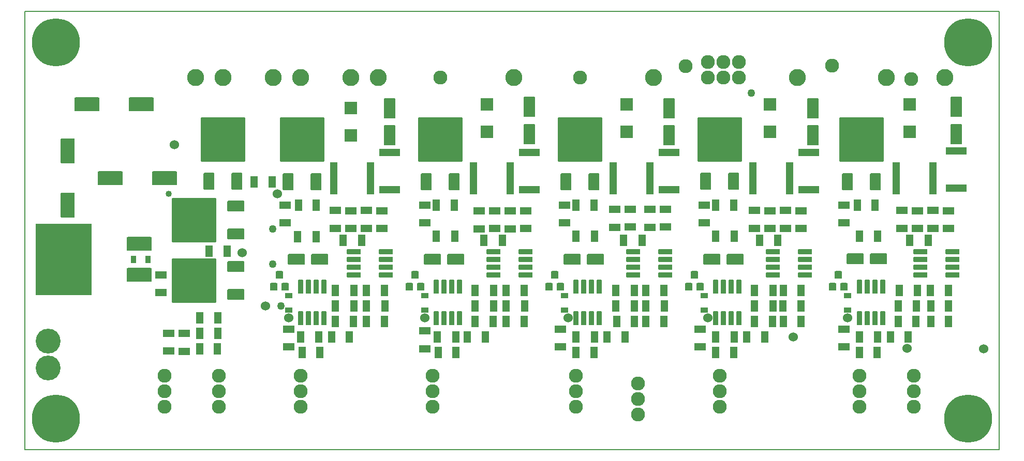
<source format=gbr>
G04 PROTEUS GERBER X2 FILE*
%TF.GenerationSoftware,Labcenter,Proteus,8.7-SP3-Build25561*%
%TF.CreationDate,2021-05-23T19:17:03+00:00*%
%TF.FileFunction,Soldermask,Top*%
%TF.FilePolarity,Negative*%
%TF.Part,Single*%
%TF.SameCoordinates,{23a4d374-2f20-46fa-8f71-d400e96580a3}*%
%FSLAX45Y45*%
%MOMM*%
G01*
%TA.AperFunction,Material*%
%ADD44C,1.270000*%
%ADD45C,2.286000*%
%ADD46C,1.524000*%
%ADD47C,1.016000*%
%AMPPAD042*
4,1,4,
0.596900,-2.654300,
-0.596900,-2.654300,
-0.596900,2.654300,
0.596900,2.654300,
0.596900,-2.654300,
0*%
%TA.AperFunction,Material*%
%ADD48PPAD042*%
%TA.AperFunction,Material*%
%ADD49C,4.064000*%
%ADD50C,2.794000*%
%AMPPAD045*
4,1,4,
-0.571500,0.901700,
0.571500,0.901700,
0.571500,-0.901700,
-0.571500,-0.901700,
-0.571500,0.901700,
0*%
%TA.AperFunction,Material*%
%ADD51PPAD045*%
%AMPPAD046*
4,1,4,
1.054100,-1.054100,
-1.054100,-1.054100,
-1.054100,1.054100,
1.054100,1.054100,
1.054100,-1.054100,
0*%
%ADD52PPAD046*%
%AMPPAD047*
4,1,36,
0.825500,-1.651000,
-0.825500,-1.651000,
-0.851470,-1.648470,
-0.875480,-1.641200,
-0.897080,-1.629650,
-0.915790,-1.614290,
-0.931150,-1.595570,
-0.942700,-1.573980,
-0.949970,-1.549970,
-0.952500,-1.524000,
-0.952500,1.524000,
-0.949970,1.549970,
-0.942700,1.573980,
-0.931150,1.595570,
-0.915790,1.614290,
-0.897080,1.629650,
-0.875480,1.641200,
-0.851470,1.648470,
-0.825500,1.651000,
0.825500,1.651000,
0.851470,1.648470,
0.875480,1.641200,
0.897080,1.629650,
0.915790,1.614290,
0.931150,1.595570,
0.942700,1.573980,
0.949970,1.549970,
0.952500,1.524000,
0.952500,-1.524000,
0.949970,-1.549970,
0.942700,-1.573980,
0.931150,-1.595570,
0.915790,-1.614290,
0.897080,-1.629650,
0.875480,-1.641200,
0.851470,-1.648470,
0.825500,-1.651000,
0*%
%ADD53PPAD047*%
%AMPPAD048*
4,1,4,
1.701800,0.622300,
1.701800,-0.622300,
-1.701800,-0.622300,
-1.701800,0.622300,
1.701800,0.622300,
0*%
%ADD54PPAD048*%
%AMPPAD049*
4,1,36,
-3.492500,3.619500,
3.492500,3.619500,
3.518470,3.616970,
3.542480,3.609700,
3.564080,3.598150,
3.582790,3.582790,
3.598150,3.564070,
3.609700,3.542480,
3.616970,3.518470,
3.619500,3.492500,
3.619500,-3.492500,
3.616970,-3.518470,
3.609700,-3.542480,
3.598150,-3.564070,
3.582790,-3.582790,
3.564080,-3.598150,
3.542480,-3.609700,
3.518470,-3.616970,
3.492500,-3.619500,
-3.492500,-3.619500,
-3.518470,-3.616970,
-3.542480,-3.609700,
-3.564080,-3.598150,
-3.582790,-3.582790,
-3.598150,-3.564070,
-3.609700,-3.542480,
-3.616970,-3.518470,
-3.619500,-3.492500,
-3.619500,3.492500,
-3.616970,3.518470,
-3.609700,3.542480,
-3.598150,3.564070,
-3.582790,3.582790,
-3.564080,3.598150,
-3.542480,3.609700,
-3.518470,3.616970,
-3.492500,3.619500,
0*%
%TA.AperFunction,Material*%
%ADD55PPAD049*%
%AMPPAD050*
4,1,36,
-0.762000,1.397000,
0.762000,1.397000,
0.787970,1.394470,
0.811980,1.387200,
0.833580,1.375650,
0.852290,1.360290,
0.867650,1.341570,
0.879200,1.319980,
0.886470,1.295970,
0.889000,1.270000,
0.889000,-1.270000,
0.886470,-1.295970,
0.879200,-1.319980,
0.867650,-1.341570,
0.852290,-1.360290,
0.833580,-1.375650,
0.811980,-1.387200,
0.787970,-1.394470,
0.762000,-1.397000,
-0.762000,-1.397000,
-0.787970,-1.394470,
-0.811980,-1.387200,
-0.833580,-1.375650,
-0.852290,-1.360290,
-0.867650,-1.341570,
-0.879200,-1.319980,
-0.886470,-1.295970,
-0.889000,-1.270000,
-0.889000,1.270000,
-0.886470,1.295970,
-0.879200,1.319980,
-0.867650,1.341570,
-0.852290,1.360290,
-0.833580,1.375650,
-0.811980,1.387200,
-0.787970,1.394470,
-0.762000,1.397000,
0*%
%ADD56PPAD050*%
%AMPPAD051*
4,1,36,
0.317500,-1.143000,
-0.317500,-1.143000,
-0.343470,-1.140470,
-0.367480,-1.133200,
-0.389080,-1.121650,
-0.407790,-1.106290,
-0.423150,-1.087570,
-0.434700,-1.065980,
-0.441970,-1.041970,
-0.444500,-1.016000,
-0.444500,1.016000,
-0.441970,1.041970,
-0.434700,1.065980,
-0.423150,1.087570,
-0.407790,1.106290,
-0.389080,1.121650,
-0.367480,1.133200,
-0.343470,1.140470,
-0.317500,1.143000,
0.317500,1.143000,
0.343470,1.140470,
0.367480,1.133200,
0.389080,1.121650,
0.407790,1.106290,
0.423150,1.087570,
0.434700,1.065980,
0.441970,1.041970,
0.444500,1.016000,
0.444500,-1.016000,
0.441970,-1.041970,
0.434700,-1.065980,
0.423150,-1.087570,
0.407790,-1.106290,
0.389080,-1.121650,
0.367480,-1.133200,
0.343470,-1.140470,
0.317500,-1.143000,
0*%
%TA.AperFunction,Material*%
%ADD57PPAD051*%
%AMPPAD052*
4,1,4,
0.901700,0.571500,
0.901700,-0.571500,
-0.901700,-0.571500,
-0.901700,0.571500,
0.901700,0.571500,
0*%
%TA.AperFunction,Material*%
%ADD58PPAD052*%
%AMPPAD053*
4,1,36,
-1.397000,-0.762000,
-1.397000,0.762000,
-1.394470,0.787970,
-1.387200,0.811980,
-1.375650,0.833580,
-1.360290,0.852290,
-1.341570,0.867650,
-1.319980,0.879200,
-1.295970,0.886470,
-1.270000,0.889000,
1.270000,0.889000,
1.295970,0.886470,
1.319980,0.879200,
1.341570,0.867650,
1.360290,0.852290,
1.375650,0.833580,
1.387200,0.811980,
1.394470,0.787970,
1.397000,0.762000,
1.397000,-0.762000,
1.394470,-0.787970,
1.387200,-0.811980,
1.375650,-0.833580,
1.360290,-0.852290,
1.341570,-0.867650,
1.319980,-0.879200,
1.295970,-0.886470,
1.270000,-0.889000,
-1.270000,-0.889000,
-1.295970,-0.886470,
-1.319980,-0.879200,
-1.341570,-0.867650,
-1.360290,-0.852290,
-1.375650,-0.833580,
-1.387200,-0.811980,
-1.394470,-0.787970,
-1.397000,-0.762000,
0*%
%ADD59PPAD053*%
%AMPPAD054*
4,1,36,
0.571500,0.317500,
0.571500,-0.317500,
0.568970,-0.343470,
0.561700,-0.367480,
0.550150,-0.389080,
0.534790,-0.407790,
0.516070,-0.423150,
0.494480,-0.434700,
0.470470,-0.441970,
0.444500,-0.444500,
-0.444500,-0.444500,
-0.470470,-0.441970,
-0.494480,-0.434700,
-0.516070,-0.423150,
-0.534790,-0.407790,
-0.550150,-0.389080,
-0.561700,-0.367480,
-0.568970,-0.343470,
-0.571500,-0.317500,
-0.571500,0.317500,
-0.568970,0.343470,
-0.561700,0.367480,
-0.550150,0.389080,
-0.534790,0.407790,
-0.516070,0.423150,
-0.494480,0.434700,
-0.470470,0.441970,
-0.444500,0.444500,
0.444500,0.444500,
0.470470,0.441970,
0.494480,0.434700,
0.516070,0.423150,
0.534790,0.407790,
0.550150,0.389080,
0.561700,0.367480,
0.568970,0.343470,
0.571500,0.317500,
0*%
%ADD60PPAD054*%
%AMPPAD055*
4,1,36,
0.444500,-0.635000,
-0.444500,-0.635000,
-0.470470,-0.632470,
-0.494480,-0.625200,
-0.516080,-0.613650,
-0.534790,-0.598290,
-0.550150,-0.579570,
-0.561700,-0.557980,
-0.568970,-0.533970,
-0.571500,-0.508000,
-0.571500,0.508000,
-0.568970,0.533970,
-0.561700,0.557980,
-0.550150,0.579570,
-0.534790,0.598290,
-0.516080,0.613650,
-0.494480,0.625200,
-0.470470,0.632470,
-0.444500,0.635000,
0.444500,0.635000,
0.470470,0.632470,
0.494480,0.625200,
0.516080,0.613650,
0.534790,0.598290,
0.550150,0.579570,
0.561700,0.557980,
0.568970,0.533970,
0.571500,0.508000,
0.571500,-0.508000,
0.568970,-0.533970,
0.561700,-0.557980,
0.550150,-0.579570,
0.534790,-0.598290,
0.516080,-0.613650,
0.494480,-0.625200,
0.470470,-0.632470,
0.444500,-0.635000,
0*%
%TA.AperFunction,Material*%
%ADD61PPAD055*%
%AMPPAD056*
4,1,36,
-1.143000,-0.317500,
-1.143000,0.317500,
-1.140470,0.343470,
-1.133200,0.367480,
-1.121650,0.389080,
-1.106290,0.407790,
-1.087570,0.423150,
-1.065980,0.434700,
-1.041970,0.441970,
-1.016000,0.444500,
1.016000,0.444500,
1.041970,0.441970,
1.065980,0.434700,
1.087570,0.423150,
1.106290,0.407790,
1.121650,0.389080,
1.133200,0.367480,
1.140470,0.343470,
1.143000,0.317500,
1.143000,-0.317500,
1.140470,-0.343470,
1.133200,-0.367480,
1.121650,-0.389080,
1.106290,-0.407790,
1.087570,-0.423150,
1.065980,-0.434700,
1.041970,-0.441970,
1.016000,-0.444500,
-1.016000,-0.444500,
-1.041970,-0.441970,
-1.065980,-0.434700,
-1.087570,-0.423150,
-1.106290,-0.407790,
-1.121650,-0.389080,
-1.133200,-0.367480,
-1.140470,-0.343470,
-1.143000,-0.317500,
0*%
%TA.AperFunction,Material*%
%ADD62PPAD056*%
%TA.AperFunction,Material*%
%ADD63C,7.874000*%
%AMPPAD058*
4,1,36,
-3.619500,-3.492500,
-3.619500,3.492500,
-3.616970,3.518470,
-3.609700,3.542480,
-3.598150,3.564080,
-3.582790,3.582790,
-3.564070,3.598150,
-3.542480,3.609700,
-3.518470,3.616970,
-3.492500,3.619500,
3.492500,3.619500,
3.518470,3.616970,
3.542480,3.609700,
3.564070,3.598150,
3.582790,3.582790,
3.598150,3.564080,
3.609700,3.542480,
3.616970,3.518470,
3.619500,3.492500,
3.619500,-3.492500,
3.616970,-3.518470,
3.609700,-3.542480,
3.598150,-3.564080,
3.582790,-3.582790,
3.564070,-3.598150,
3.542480,-3.609700,
3.518470,-3.616970,
3.492500,-3.619500,
-3.492500,-3.619500,
-3.518470,-3.616970,
-3.542480,-3.609700,
-3.564070,-3.598150,
-3.582790,-3.582790,
-3.598150,-3.564080,
-3.609700,-3.542480,
-3.616970,-3.518470,
-3.619500,-3.492500,
0*%
%TA.AperFunction,Material*%
%ADD64PPAD058*%
%AMPPAD059*
4,1,36,
2.032000,1.016000,
2.032000,-1.016000,
2.029470,-1.041970,
2.022200,-1.065980,
2.010650,-1.087580,
1.995290,-1.106290,
1.976570,-1.121650,
1.954980,-1.133200,
1.930970,-1.140470,
1.905000,-1.143000,
-1.905000,-1.143000,
-1.930970,-1.140470,
-1.954980,-1.133200,
-1.976570,-1.121650,
-1.995290,-1.106290,
-2.010650,-1.087580,
-2.022200,-1.065980,
-2.029470,-1.041970,
-2.032000,-1.016000,
-2.032000,1.016000,
-2.029470,1.041970,
-2.022200,1.065980,
-2.010650,1.087580,
-1.995290,1.106290,
-1.976570,1.121650,
-1.954980,1.133200,
-1.930970,1.140470,
-1.905000,1.143000,
1.905000,1.143000,
1.930970,1.140470,
1.954980,1.133200,
1.976570,1.121650,
1.995290,1.106290,
2.010650,1.087580,
2.022200,1.065980,
2.029470,1.041970,
2.032000,1.016000,
0*%
%TA.AperFunction,Material*%
%ADD65PPAD059*%
%AMPPAD060*
4,1,36,
-1.016000,2.032000,
1.016000,2.032000,
1.041970,2.029470,
1.065980,2.022200,
1.087580,2.010650,
1.106290,1.995290,
1.121650,1.976570,
1.133200,1.954980,
1.140470,1.930970,
1.143000,1.905000,
1.143000,-1.905000,
1.140470,-1.930970,
1.133200,-1.954980,
1.121650,-1.976570,
1.106290,-1.995290,
1.087580,-2.010650,
1.065980,-2.022200,
1.041970,-2.029470,
1.016000,-2.032000,
-1.016000,-2.032000,
-1.041970,-2.029470,
-1.065980,-2.022200,
-1.087580,-2.010650,
-1.106290,-1.995290,
-1.121650,-1.976570,
-1.133200,-1.954980,
-1.140470,-1.930970,
-1.143000,-1.905000,
-1.143000,1.905000,
-1.140470,1.930970,
-1.133200,1.954980,
-1.121650,1.976570,
-1.106290,1.995290,
-1.087580,2.010650,
-1.065980,2.022200,
-1.041970,2.029470,
-1.016000,2.032000,
0*%
%ADD66PPAD060*%
%AMPPAD061*
4,1,36,
0.317500,-0.571500,
-0.317500,-0.571500,
-0.343470,-0.568970,
-0.367480,-0.561700,
-0.389080,-0.550150,
-0.407790,-0.534790,
-0.423150,-0.516070,
-0.434700,-0.494480,
-0.441970,-0.470470,
-0.444500,-0.444500,
-0.444500,0.444500,
-0.441970,0.470470,
-0.434700,0.494480,
-0.423150,0.516070,
-0.407790,0.534790,
-0.389080,0.550150,
-0.367480,0.561700,
-0.343470,0.568970,
-0.317500,0.571500,
0.317500,0.571500,
0.343470,0.568970,
0.367480,0.561700,
0.389080,0.550150,
0.407790,0.534790,
0.423150,0.516070,
0.434700,0.494480,
0.441970,0.470470,
0.444500,0.444500,
0.444500,-0.444500,
0.441970,-0.470470,
0.434700,-0.494480,
0.423150,-0.516070,
0.407790,-0.534790,
0.389080,-0.550150,
0.367480,-0.561700,
0.343470,-0.568970,
0.317500,-0.571500,
0*%
%ADD67PPAD061*%
%AMPPAD062*
4,1,36,
-4.572000,-5.715000,
-4.572000,5.715000,
-4.569470,5.740970,
-4.562200,5.764980,
-4.550650,5.786580,
-4.535290,5.805290,
-4.516570,5.820650,
-4.494980,5.832200,
-4.470970,5.839470,
-4.445000,5.842000,
4.445000,5.842000,
4.470970,5.839470,
4.494980,5.832200,
4.516570,5.820650,
4.535290,5.805290,
4.550650,5.786580,
4.562200,5.764980,
4.569470,5.740970,
4.572000,5.715000,
4.572000,-5.715000,
4.569470,-5.740970,
4.562200,-5.764980,
4.550650,-5.786580,
4.535290,-5.805290,
4.516570,-5.820650,
4.494980,-5.832200,
4.470970,-5.839470,
4.445000,-5.842000,
-4.445000,-5.842000,
-4.470970,-5.839470,
-4.494980,-5.832200,
-4.516570,-5.820650,
-4.535290,-5.805290,
-4.550650,-5.786580,
-4.562200,-5.764980,
-4.569470,-5.740970,
-4.572000,-5.715000,
0*%
%TA.AperFunction,Material*%
%ADD68PPAD062*%
%TA.AperFunction,Profile*%
%ADD39C,0.203200*%
%TD.AperFunction*%
D44*
X+4457601Y+1587500D03*
X-3379970Y-639428D03*
X-3374955Y-1215192D03*
X-3238500Y-1905000D03*
D45*
X-635000Y+1841500D03*
X+1651000Y+1841500D03*
X+3383781Y+2028052D03*
X+5778500Y+2032000D03*
X+7075312Y+1816100D03*
D46*
X-4989352Y+736133D03*
X-3302000Y-63500D03*
X+7003489Y-2602297D03*
X+8255000Y-2603500D03*
X+6032500Y-2095500D03*
X+5143500Y-2413000D03*
X+3746500Y-2095500D03*
X+1460500Y-2095500D03*
X-889000Y-2095500D03*
X-3111500Y-2095500D03*
X-3492500Y-1905000D03*
X-3873500Y-1031366D03*
D47*
X-5080000Y-63500D03*
D48*
X-1778000Y+190500D03*
X-2378000Y+190500D03*
D49*
X-7048500Y-2476500D03*
X-7048500Y-2921000D03*
D50*
X-2095500Y+1841500D03*
X-1651000Y+1841500D03*
D45*
X-2921000Y-3556000D03*
X-2921000Y-3048000D03*
X-2921000Y-3302000D03*
D51*
X-4572000Y-2095500D03*
X-4272000Y-2095500D03*
X-3383000Y+127000D03*
X-3683000Y+127000D03*
D52*
X-2095500Y+1339000D03*
X-2095500Y+889000D03*
D53*
X-1460500Y+889000D03*
X-1460500Y+1333500D03*
D54*
X-1460500Y+610000D03*
X-1460500Y+0D03*
D55*
X-2895600Y+817880D03*
D56*
X-3124200Y+127000D03*
X-2667000Y+127000D03*
D57*
X-2921000Y-2108200D03*
X-2794000Y-2108200D03*
X-2667000Y-2108200D03*
X-2540000Y-2108200D03*
X-2540000Y-1587500D03*
X-2667000Y-1587500D03*
X-2794000Y-1587500D03*
X-2921000Y-1587500D03*
D51*
X-2667000Y-254000D03*
X-2957000Y-254000D03*
D58*
X-3175000Y-254000D03*
X-3175000Y-544000D03*
D51*
X-2967000Y-768350D03*
X-2667000Y-768350D03*
D59*
X-2984500Y-1143000D03*
X-2603500Y-1143000D03*
D60*
X-3111500Y-1968500D03*
X-3111500Y-1733550D03*
D51*
X-2921000Y-2413000D03*
X-2621000Y-2413000D03*
X-2893500Y-2667000D03*
X-2603500Y-2667000D03*
D61*
X-3268980Y-1397000D03*
X-3362960Y-1587500D03*
X-3175000Y-1587500D03*
D58*
X-3111500Y-2286000D03*
X-3111500Y-2576000D03*
X-1587500Y-635000D03*
X-1587500Y-345000D03*
X-2095500Y-635000D03*
X-2095500Y-345000D03*
X-1841500Y-335000D03*
X-1841500Y-635000D03*
D62*
X-2044700Y-1016000D03*
X-2044700Y-1143000D03*
X-2044700Y-1270000D03*
X-2044700Y-1397000D03*
X-1524000Y-1397000D03*
X-1524000Y-1270000D03*
X-1524000Y-1143000D03*
X-1524000Y-1016000D03*
D51*
X-2222500Y-825500D03*
X-1922500Y-825500D03*
X-1841500Y-2159000D03*
X-1551500Y-2159000D03*
X-1841500Y-1651000D03*
X-1551500Y-1651000D03*
X-2349500Y-2159000D03*
X-2059500Y-2159000D03*
X-2349500Y-1651000D03*
X-2049500Y-1651000D03*
X-2349500Y-1905000D03*
X-2049500Y-1905000D03*
X-1841500Y-1905000D03*
X-1541500Y-1905000D03*
D58*
X-2349500Y-335000D03*
X-2349500Y-635000D03*
D55*
X-635000Y+817880D03*
D56*
X-863600Y+127000D03*
X-406400Y+127000D03*
D48*
X+508000Y+190500D03*
X-92000Y+190500D03*
D52*
X+127000Y+1397000D03*
X+127000Y+947000D03*
D53*
X+825500Y+907000D03*
X+825500Y+1351500D03*
D54*
X+825500Y+610000D03*
X+825500Y+0D03*
D62*
X+241300Y-1016000D03*
X+241300Y-1143000D03*
X+241300Y-1270000D03*
X+241300Y-1397000D03*
X+762000Y-1397000D03*
X+762000Y-1270000D03*
X+762000Y-1143000D03*
X+762000Y-1016000D03*
D58*
X-889000Y-254000D03*
X-889000Y-544000D03*
D51*
X-408500Y-254000D03*
X-698500Y-254000D03*
X-698500Y-762000D03*
X-398500Y-762000D03*
D59*
X-762000Y-1143000D03*
X-381000Y-1143000D03*
D61*
X-1046480Y-1397000D03*
X-1140460Y-1587500D03*
X-952500Y-1587500D03*
D60*
X-889000Y-1968500D03*
X-889000Y-1733550D03*
D57*
X-698500Y-2108200D03*
X-571500Y-2108200D03*
X-444500Y-2108200D03*
X-317500Y-2108200D03*
X-317500Y-1587500D03*
X-444500Y-1587500D03*
X-571500Y-1587500D03*
X-698500Y-1587500D03*
D58*
X-889000Y-2313500D03*
X-889000Y-2603500D03*
D51*
X-671000Y-2667000D03*
X-381000Y-2667000D03*
X-681000Y-2413000D03*
X-381000Y-2413000D03*
D58*
X+0Y-345000D03*
X+0Y-645000D03*
X+508000Y-345000D03*
X+508000Y-645000D03*
X+762000Y-635000D03*
X+762000Y-345000D03*
X+254000Y-635000D03*
X+254000Y-345000D03*
D51*
X+81000Y-825500D03*
X+381000Y-825500D03*
X-63500Y-1651000D03*
X+236500Y-1651000D03*
X-63500Y-1905000D03*
X+236500Y-1905000D03*
X-63500Y-2159000D03*
X+226500Y-2159000D03*
X+444500Y-1651000D03*
X+734500Y-1651000D03*
X+444500Y-2159000D03*
X+734500Y-2159000D03*
X+444500Y-1905000D03*
X+744500Y-1905000D03*
D50*
X+571500Y+1841500D03*
D45*
X-762000Y-3556000D03*
X-762000Y-3302000D03*
X-762000Y-3048000D03*
D53*
X+3111500Y+889000D03*
X+3111500Y+1333500D03*
D52*
X+2413000Y+1397000D03*
X+2413000Y+947000D03*
D60*
X+1397000Y-1968500D03*
X+1397000Y-1733550D03*
D48*
X+2794000Y+190500D03*
X+2194000Y+190500D03*
D61*
X+1239520Y-1397000D03*
X+1145540Y-1587500D03*
X+1333500Y-1587500D03*
D55*
X+1651000Y+817880D03*
D56*
X+1422400Y+127000D03*
X+1879600Y+127000D03*
D45*
X+1587500Y-3302000D03*
X+1587500Y-3556000D03*
X+1587500Y-3048000D03*
D62*
X+2527300Y-1016000D03*
X+2527300Y-1143000D03*
X+2527300Y-1270000D03*
X+2527300Y-1397000D03*
X+3048000Y-1397000D03*
X+3048000Y-1270000D03*
X+3048000Y-1143000D03*
X+3048000Y-1016000D03*
D57*
X+1587500Y-2108200D03*
X+1714500Y-2108200D03*
X+1841500Y-2108200D03*
X+1968500Y-2108200D03*
X+1968500Y-1587500D03*
X+1841500Y-1587500D03*
X+1714500Y-1587500D03*
X+1587500Y-1587500D03*
D54*
X+3111500Y+610000D03*
X+3111500Y+0D03*
D50*
X+2857500Y+1841500D03*
D51*
X+1587500Y-762000D03*
X+1887500Y-762000D03*
D59*
X+1524000Y-1143000D03*
X+1905000Y-1143000D03*
D58*
X+1397000Y-254000D03*
X+1397000Y-544000D03*
D51*
X+1877500Y-254000D03*
X+1587500Y-254000D03*
X+1587500Y-2667000D03*
X+1877500Y-2667000D03*
D58*
X+1333500Y-2286000D03*
X+1333500Y-2576000D03*
D51*
X+1587500Y-2413000D03*
X+1887500Y-2413000D03*
D58*
X+2222500Y-317500D03*
X+2222500Y-617500D03*
X+2476500Y-607500D03*
X+2476500Y-317500D03*
X+3048000Y-607500D03*
X+3048000Y-317500D03*
X+2794000Y-617500D03*
X+2794000Y-317500D03*
D51*
X+2367000Y-825500D03*
X+2667000Y-825500D03*
X+2730500Y-2159000D03*
X+3020500Y-2159000D03*
X+2730500Y-1651000D03*
X+3020500Y-1651000D03*
X+2250000Y-2159000D03*
X+2540000Y-2159000D03*
X+2240000Y-1905000D03*
X+2540000Y-1905000D03*
X+2730500Y-1905000D03*
X+3030500Y-1905000D03*
X+2240000Y-1651000D03*
X+2540000Y-1651000D03*
D53*
X+5461000Y+889000D03*
X+5461000Y+1333500D03*
D52*
X+4762500Y+1397000D03*
X+4762500Y+947000D03*
D60*
X+3683000Y-1968500D03*
X+3683000Y-1733550D03*
D45*
X+3937000Y-3556000D03*
X+6223000Y-3556000D03*
X+3937000Y-3048000D03*
X+6223000Y-3048000D03*
D48*
X+5080000Y+190500D03*
X+4480000Y+190500D03*
D45*
X+3937000Y-3302000D03*
X+6223000Y-3302000D03*
D61*
X+3525520Y-1397000D03*
X+3431540Y-1587500D03*
X+3619500Y-1587500D03*
D55*
X+3937000Y+825500D03*
D56*
X+3708400Y+134620D03*
X+4165600Y+134620D03*
D61*
X+5875020Y-1397000D03*
X+5781040Y-1587500D03*
X+5969000Y-1587500D03*
D55*
X+6261100Y+817880D03*
D56*
X+6032500Y+127000D03*
X+6489700Y+127000D03*
D50*
X+5207000Y+1841500D03*
X+7620000Y+1841500D03*
D54*
X+5397500Y+610000D03*
X+5397500Y+0D03*
X+7810500Y+635000D03*
X+7810500Y+25000D03*
D62*
X+4813300Y-1016000D03*
X+4813300Y-1143000D03*
X+4813300Y-1270000D03*
X+4813300Y-1397000D03*
X+5334000Y-1397000D03*
X+5334000Y-1270000D03*
X+5334000Y-1143000D03*
X+5334000Y-1016000D03*
D57*
X+3873500Y-2108200D03*
X+4000500Y-2108200D03*
X+4127500Y-2108200D03*
X+4254500Y-2108200D03*
X+4254500Y-1587500D03*
X+4127500Y-1587500D03*
X+4000500Y-1587500D03*
X+3873500Y-1587500D03*
D62*
X+7226300Y-1016000D03*
X+7226300Y-1143000D03*
X+7226300Y-1270000D03*
X+7226300Y-1397000D03*
X+7747000Y-1397000D03*
X+7747000Y-1270000D03*
X+7747000Y-1143000D03*
X+7747000Y-1016000D03*
D57*
X+6223000Y-2108200D03*
X+6350000Y-2108200D03*
X+6477000Y-2108200D03*
X+6604000Y-2108200D03*
X+6604000Y-1587500D03*
X+6477000Y-1587500D03*
X+6350000Y-1587500D03*
X+6223000Y-1587500D03*
D51*
X+3873500Y-2413000D03*
X+4173500Y-2413000D03*
X+3873500Y-762000D03*
X+4173500Y-762000D03*
D59*
X+3810000Y-1143000D03*
X+4191000Y-1143000D03*
D58*
X+3619500Y-2286000D03*
X+3619500Y-2576000D03*
X+3683000Y-254000D03*
X+3683000Y-544000D03*
D51*
X+4163500Y-254000D03*
X+3873500Y-254000D03*
X+3873500Y-2667000D03*
X+4163500Y-2667000D03*
D58*
X+5270500Y-635000D03*
X+5270500Y-345000D03*
X+4762500Y-635000D03*
X+4762500Y-345000D03*
D51*
X+4508500Y-2159000D03*
X+4798500Y-2159000D03*
X+4589500Y-825500D03*
X+4889500Y-825500D03*
D58*
X+5016500Y-335000D03*
X+5016500Y-635000D03*
X+4508500Y-335000D03*
X+4508500Y-635000D03*
D51*
X+4980500Y-2159000D03*
X+5270500Y-2159000D03*
X+4980500Y-1651000D03*
X+5270500Y-1651000D03*
X+7393500Y-2159000D03*
X+7683500Y-2159000D03*
X+4508500Y-1905000D03*
X+4808500Y-1905000D03*
X+4970500Y-1905000D03*
X+5270500Y-1905000D03*
X+4508500Y-1651000D03*
X+4808500Y-1651000D03*
D53*
X+7810500Y+907000D03*
X+7810500Y+1351500D03*
D52*
X+7048500Y+1397000D03*
X+7048500Y+947000D03*
D60*
X+6032500Y-1968500D03*
X+6032500Y-1733550D03*
D48*
X+7429500Y+190500D03*
X+6829500Y+190500D03*
D51*
X+6858000Y-1905000D03*
X+7158000Y-1905000D03*
X+6223000Y-762000D03*
X+6523000Y-762000D03*
D59*
X+6159500Y-1135380D03*
X+6540500Y-1135380D03*
D58*
X+5969000Y-254000D03*
X+5969000Y-544000D03*
D51*
X+6477000Y-254000D03*
X+6187000Y-254000D03*
D58*
X+5969000Y-2286000D03*
X+5969000Y-2576000D03*
D51*
X+6223000Y-2667000D03*
X+6513000Y-2667000D03*
X+6223000Y-2413000D03*
X+6523000Y-2413000D03*
X+7048500Y-825500D03*
X+7348500Y-825500D03*
X+7383500Y-1651000D03*
X+7683500Y-1651000D03*
D58*
X+7429500Y-335000D03*
X+7429500Y-635000D03*
D51*
X+6875500Y-1651000D03*
X+7175500Y-1651000D03*
D58*
X+6921500Y-335000D03*
X+6921500Y-635000D03*
D51*
X+7393500Y-1905000D03*
X+7683500Y-1905000D03*
D58*
X+7683500Y-635000D03*
X+7683500Y-345000D03*
X+7175500Y-635000D03*
X+7175500Y-345000D03*
D51*
X+6858000Y-2159000D03*
X+7148000Y-2159000D03*
D45*
X+7112000Y-3302000D03*
X+7112000Y-3556000D03*
X+7112000Y-3048000D03*
D50*
X+6667500Y+1841500D03*
D45*
X-4254500Y-3556000D03*
D51*
X-4572000Y-2349500D03*
X-4272000Y-2349500D03*
X-4419600Y-1008380D03*
X-4119600Y-1008380D03*
D63*
X-6921500Y-3746500D03*
X-6921500Y+2413000D03*
X+8001000Y+2413000D03*
X+8001000Y-3746500D03*
D50*
X-4191000Y+1841500D03*
X-4635500Y+1841500D03*
X-2921000Y+1841500D03*
X-3365500Y+1841500D03*
D45*
X-4254500Y-3048000D03*
X-4254500Y-3302000D03*
X+3746500Y+2095500D03*
X+2603500Y-3175000D03*
X+3746500Y+1841500D03*
X+4000500Y+2095500D03*
X+2603500Y-3429000D03*
X+4000500Y+1841500D03*
X+4254500Y+2095500D03*
X+2603500Y-3683000D03*
X+4254500Y+1841500D03*
D58*
X-4826000Y-2349500D03*
X-4826000Y-2649500D03*
D51*
X-4572000Y-2603500D03*
X-4282000Y-2603500D03*
D58*
X-5080000Y-2349500D03*
X-5080000Y-2639500D03*
D45*
X-5143500Y-3048000D03*
X-5143500Y-3302000D03*
D64*
X-4665980Y-1490980D03*
D59*
X-3975100Y-1719580D03*
X-3975100Y-1262380D03*
D64*
X-4665980Y-500380D03*
D59*
X-3975100Y-728980D03*
X-3975100Y-271780D03*
D55*
X-4191000Y+825500D03*
D56*
X-4419600Y+134620D03*
X-3962400Y+134620D03*
D51*
X-2413000Y-2413000D03*
X-2123000Y-2413000D03*
X-190500Y-2413000D03*
X+99500Y-2413000D03*
X+2095500Y-2413000D03*
X+2385500Y-2413000D03*
X+4381500Y-2413000D03*
X+4671500Y-2413000D03*
X+6731000Y-2413000D03*
X+7021000Y-2413000D03*
D45*
X-5143500Y-3556000D03*
D65*
X-6413500Y+1397000D03*
X-5524500Y+1397000D03*
D66*
X-6731000Y-254000D03*
X-6731000Y+635000D03*
D65*
X-6032500Y+190500D03*
X-5143500Y+190500D03*
D67*
X-5651500Y-1143000D03*
X-5416550Y-1143000D03*
D68*
X-6794500Y-1143000D03*
D65*
X-5562600Y-1397000D03*
X-5562600Y-889000D03*
D58*
X-5207000Y-1687000D03*
X-5207000Y-1397000D03*
D39*
X-7429500Y-4254500D02*
X+8509000Y-4254500D01*
X+8509000Y+2921000D01*
X-7429500Y+2921000D01*
X-7429500Y-4254500D01*
M02*

</source>
